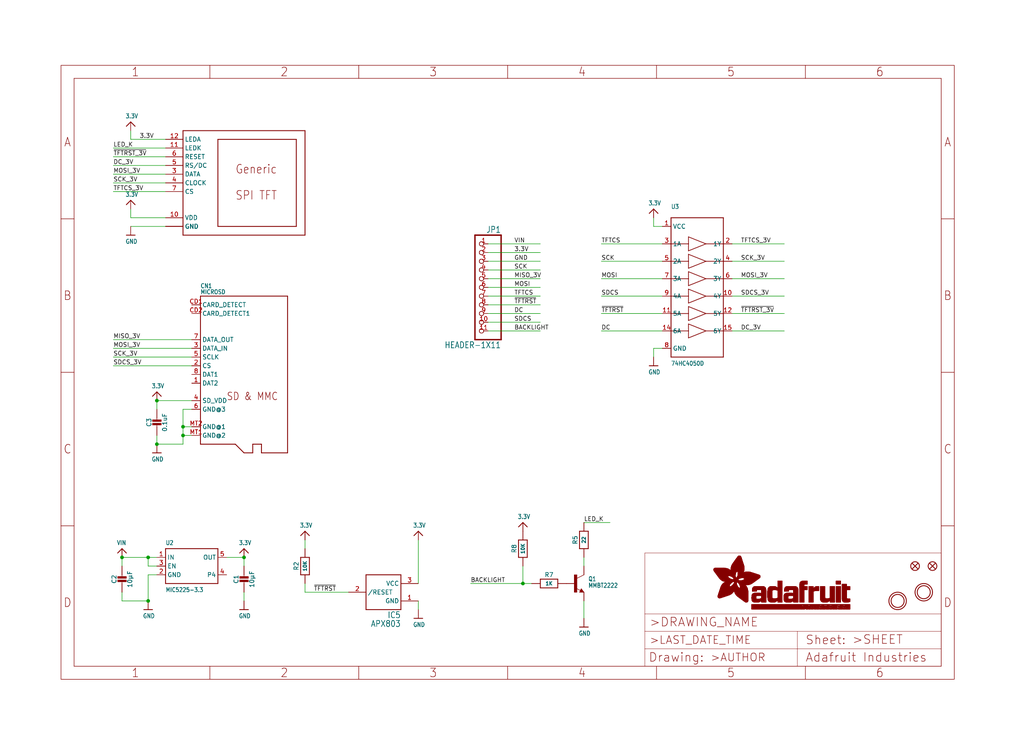
<source format=kicad_sch>
(kicad_sch (version 20211123) (generator eeschema)
  (paper "User" 298.45 217.881)
  (lib_symbols
    (symbol "eagleSchem-eagle-import:3.3V" (power)
      (property "Value" "3.3V" (at -1.524 1.016 0))
      (symbol "3.3V_1_0"
        (pin power_in line (at 0 -2.54 90) (length 2.54) (name "3.3V") (number "1"))
      )
    )
    (symbol "eagleSchem-eagle-import:74HC4050D"
      (property "Reference" "U" (at -7.62 22.86 0))
      (property "Value" "74HC4050D" (at -7.62 -22.86 0))
      (symbol "74HC4050D_1_0"
        (pin bidirectional line (at -10.16 17.78 0) (length 2.54) (name "VCC") (number "1"))
        (pin bidirectional line (at 10.16 -2.54 180) (length 2.54) (name "4Y") (number "10"))
        (pin bidirectional line (at -10.16 -7.62 0) (length 2.54) (name "5A") (number "11"))
        (pin bidirectional line (at 10.16 -7.62 180) (length 2.54) (name "5Y") (number "12"))
        (pin bidirectional line (at -10.16 -12.7 0) (length 2.54) (name "6A") (number "14"))
        (pin bidirectional line (at 10.16 -12.7 180) (length 2.54) (name "6Y") (number "15"))
        (pin bidirectional line (at 10.16 12.7 180) (length 2.54) (name "1Y") (number "2"))
        (pin bidirectional line (at -10.16 12.7 0) (length 2.54) (name "1A") (number "3"))
        (pin bidirectional line (at 10.16 7.62 180) (length 2.54) (name "2Y") (number "4"))
        (pin bidirectional line (at -10.16 7.62 0) (length 2.54) (name "2A") (number "5"))
        (pin bidirectional line (at 10.16 2.54 180) (length 2.54) (name "3Y") (number "6"))
        (pin bidirectional line (at -10.16 2.54 0) (length 2.54) (name "3A") (number "7"))
        (pin bidirectional line (at -10.16 -17.78 0) (length 2.54) (name "GND") (number "8"))
        (pin bidirectional line (at -10.16 -2.54 0) (length 2.54) (name "4A") (number "9"))
      )
    )
    (symbol "eagleSchem-eagle-import:AXP083-SAG"
      (property "Reference" "IC" (at -5.08 -7.62 0))
      (property "Value" "AXP083-SAG" (at -5.08 -10.16 0))
      (symbol "AXP083-SAG_1_0"
        (pin power_in line (at -10.16 -2.54 0) (length 5.08) (name "GND") (number "1"))
        (pin output line (at 10.16 0 180) (length 5.08) (name "/RESET") (number "2"))
        (pin power_in line (at -10.16 2.54 0) (length 5.08) (name "VCC") (number "3"))
      )
    )
    (symbol "eagleSchem-eagle-import:CAP_CERAMIC0805-NOOUTLINE"
      (property "Reference" "C" (at -2.29 1.25 90))
      (property "Value" "CAP_CERAMIC0805-NOOUTLINE" (at 2.3 1.25 90))
      (symbol "CAP_CERAMIC0805-NOOUTLINE_1_0"
        (pin passive line (at 0 5.08 270) (length 2.54) (name "1") (number "1"))
        (pin passive line (at 0 -2.54 90) (length 2.54) (name "2") (number "2"))
      )
    )
    (symbol "eagleSchem-eagle-import:DISP_LCD_GENERIC_SPI_1.14IN_240X135_WRAPUNDER"
      (symbol "DISP_LCD_GENERIC_SPI_1.14IN_240X135_WRAPUNDER_1_0"
        (text "Generic" (at -5.08 2.54 0) (effects (font (size 2.54 2.159)) (justify left bottom)))
        (text "SPI TFT" (at -5.08 -5.08 0) (effects (font (size 2.54 2.159)) (justify left bottom)))
        (pin power_in line (at -25.4 -10.16 0) (length 5.08) (name "VDD") (number "10"))
        (pin input line (at -25.4 10.16 0) (length 5.08) (name "LEDK") (number "11"))
        (pin input line (at -25.4 12.7 0) (length 5.08) (name "LEDA") (number "12"))
        (pin power_in line (at -25.4 -12.7 0) (length 5.08) (name "GND") (number "13"))
        (pin bidirectional line (at -25.4 2.54 0) (length 5.08) (name "DATA") (number "3"))
        (pin input line (at -25.4 0 0) (length 5.08) (name "CLOCK") (number "4"))
        (pin input line (at -25.4 5.08 0) (length 5.08) (name "RS/DC") (number "5"))
        (pin input line (at -25.4 7.62 0) (length 5.08) (name "RESET") (number "6"))
        (pin input line (at -25.4 -2.54 0) (length 5.08) (name "CS") (number "7"))
        (pin power_in line (at -25.4 -12.7 0) (length 5.08) (name "GND") (number "8"))
      )
    )
    (symbol "eagleSchem-eagle-import:FIDUCIAL_1MM")
    (symbol "eagleSchem-eagle-import:FRAME_A4_ADAFRUIT"
      (symbol "FRAME_A4_ADAFRUIT_1_0"
        (text "1" (at 21.6958 1.905 0) (effects (font (size 2.54 2.286))))
        (text "1" (at 21.6958 177.165 0) (effects (font (size 2.54 2.286))))
        (text "2" (at 65.0875 1.905 0) (effects (font (size 2.54 2.286))))
        (text "2" (at 65.0875 177.165 0) (effects (font (size 2.54 2.286))))
        (text "3" (at 108.4792 1.905 0) (effects (font (size 2.54 2.286))))
        (text "3" (at 108.4792 177.165 0) (effects (font (size 2.54 2.286))))
        (text "4" (at 151.8708 1.905 0) (effects (font (size 2.54 2.286))))
        (text "4" (at 151.8708 177.165 0) (effects (font (size 2.54 2.286))))
        (text "5" (at 195.2625 1.905 0) (effects (font (size 2.54 2.286))))
        (text "5" (at 195.2625 177.165 0) (effects (font (size 2.54 2.286))))
        (text "6" (at 238.6542 1.905 0) (effects (font (size 2.54 2.286))))
        (text "6" (at 238.6542 177.165 0) (effects (font (size 2.54 2.286))))
        (text ">AUTHOR" (at 189.23 5.08 0) (effects (font (size 2.286 2.286)) (justify left bottom)))
        (text ">DRAWING_NAME" (at 171.45 15.24 0) (effects (font (size 2.54 2.54)) (justify left bottom)))
        (text ">LAST_DATE_TIME" (at 171.45 10.16 0) (effects (font (size 2.286 2.286)) (justify left bottom)))
        (text ">SHEET" (at 230.505 10.16 0) (effects (font (size 2.54 2.54)) (justify left bottom)))
        (text "A" (at 1.905 156.6863 0) (effects (font (size 2.54 2.286))))
        (text "A" (at 258.445 156.6863 0) (effects (font (size 2.54 2.286))))
        (text "Adafruit Industries" (at 216.916 4.953 0) (effects (font (size 2.54 2.54)) (justify left bottom)))
        (text "B" (at 1.905 111.9188 0) (effects (font (size 2.54 2.286))))
        (text "B" (at 258.445 111.9188 0) (effects (font (size 2.54 2.286))))
        (text "C" (at 1.905 67.1513 0) (effects (font (size 2.54 2.286))))
        (text "C" (at 258.445 67.1513 0) (effects (font (size 2.54 2.286))))
        (text "D" (at 1.905 22.3838 0) (effects (font (size 2.54 2.286))))
        (text "D" (at 258.445 22.3838 0) (effects (font (size 2.54 2.286))))
        (text "Drawing:" (at 171.196 4.953 0) (effects (font (size 2.54 2.54)) (justify left bottom)))
        (text "Sheet:" (at 216.916 10.033 0) (effects (font (size 2.54 2.54)) (justify left bottom)))
      )
    )
    (symbol "eagleSchem-eagle-import:GND" (power)
      (property "Value" "GND" (at -1.524 -2.54 0))
      (symbol "GND_1_0"
        (pin power_in line (at 0 2.54 270) (length 2.54) (name "GND") (number "1"))
      )
    )
    (symbol "eagleSchem-eagle-import:HEADER-1X11"
      (property "Reference" "JP" (at -6.35 15.875 0))
      (property "Value" "HEADER-1X11" (at -6.35 -17.78 0))
      (symbol "HEADER-1X11_1_0"
        (pin passive inverted (at -2.54 12.7 0) (length 2.54) (name "1") (number "1"))
        (pin passive inverted (at -2.54 -10.16 0) (length 2.54) (name "10") (number "10"))
        (pin passive inverted (at -2.54 -12.7 0) (length 2.54) (name "11") (number "11"))
        (pin passive inverted (at -2.54 10.16 0) (length 2.54) (name "2") (number "2"))
        (pin passive inverted (at -2.54 7.62 0) (length 2.54) (name "3") (number "3"))
        (pin passive inverted (at -2.54 5.08 0) (length 2.54) (name "4") (number "4"))
        (pin passive inverted (at -2.54 2.54 0) (length 2.54) (name "5") (number "5"))
        (pin passive inverted (at -2.54 0 0) (length 2.54) (name "6") (number "6"))
        (pin passive inverted (at -2.54 -2.54 0) (length 2.54) (name "7") (number "7"))
        (pin passive inverted (at -2.54 -5.08 0) (length 2.54) (name "8") (number "8"))
        (pin passive inverted (at -2.54 -7.62 0) (length 2.54) (name "9") (number "9"))
      )
    )
    (symbol "eagleSchem-eagle-import:MICROSD"
      (property "Reference" "X" (at -12.7 22.606 0))
      (property "Value" "MICROSD" (at -12.7 20.828 0))
      (symbol "MICROSD_1_0"
        (text "SD & MMC" (at -5.08 -10.16 0) (effects (font (size 2.1844 1.8567)) (justify left bottom)))
        (pin bidirectional line (at -15.24 -5.08 0) (length 2.54) (name "DAT2") (number "1"))
        (pin input line (at -15.24 0 0) (length 2.54) (name "CS") (number "2"))
        (pin input line (at -15.24 5.08 0) (length 2.54) (name "DATA_IN") (number "3"))
        (pin power_in line (at -15.24 -10.16 0) (length 2.54) (name "SD_VDD") (number "4"))
        (pin input line (at -15.24 2.54 0) (length 2.54) (name "SCLK") (number "5"))
        (pin power_in line (at -15.24 -12.7 0) (length 2.54) (name "GND@3") (number "6"))
        (pin output line (at -15.24 7.62 0) (length 2.54) (name "DATA_OUT") (number "7"))
        (pin bidirectional line (at -15.24 -2.54 0) (length 2.54) (name "DAT1") (number "8"))
        (pin passive line (at -15.24 17.78 0) (length 2.54) (name "CARD_DETECT") (number "CD1"))
        (pin passive line (at -15.24 15.24 0) (length 2.54) (name "CARD_DETECT1") (number "CD2"))
        (pin power_in line (at -15.24 -20.32 0) (length 2.54) (name "GND@2") (number "MT1"))
        (pin power_in line (at -15.24 -17.78 0) (length 2.54) (name "GND@1") (number "MT2"))
      )
    )
    (symbol "eagleSchem-eagle-import:MOUNTINGHOLE2.5")
    (symbol "eagleSchem-eagle-import:RESISTOR_0603_NOOUT"
      (property "Reference" "R" (at 0 2.54 0))
      (property "Value" "RESISTOR_0603_NOOUT" (at 0 0 0))
      (symbol "RESISTOR_0603_NOOUT_1_0"
        (pin passive line (at -5.08 0 0) (length 2.54) (name "1") (number "1"))
        (pin passive line (at 5.08 0 180) (length 2.54) (name "2") (number "2"))
      )
    )
    (symbol "eagleSchem-eagle-import:TRANSISTOR_NPNWIDE"
      (property "Reference" "Q" (at 1.27 0.635 0))
      (property "Value" "TRANSISTOR_NPNWIDE" (at 1.27 -1.27 0))
      (symbol "TRANSISTOR_NPNWIDE_1_0"
        (pin passive line (at -5.08 0 0) (length 2.54) (name "B") (number "1"))
        (pin passive line (at 0 -5.08 90) (length 2.54) (name "E") (number "2"))
        (pin passive line (at 0 5.08 270) (length 2.54) (name "C") (number "3"))
      )
    )
    (symbol "eagleSchem-eagle-import:VIN" (power)
      (property "Value" "VIN" (at -1.524 1.016 0))
      (symbol "VIN_1_0"
        (pin power_in line (at 0 -2.54 90) (length 2.54) (name "VIN") (number "1"))
      )
    )
    (symbol "eagleSchem-eagle-import:VREG_SOT23-5"
      (property "Reference" "U" (at -7.62 6.096 0))
      (property "Value" "VREG_SOT23-5" (at -7.62 -7.62 0))
      (symbol "VREG_SOT23-5_1_0"
        (pin power_in line (at -10.16 2.54 0) (length 2.54) (name "IN") (number "1"))
        (pin power_in line (at -10.16 -2.54 0) (length 2.54) (name "GND") (number "2"))
        (pin input line (at -10.16 0 0) (length 2.54) (name "EN") (number "3"))
        (pin bidirectional line (at 10.16 -2.54 180) (length 2.54) (name "P4") (number "4"))
        (pin power_in line (at 10.16 2.54 180) (length 2.54) (name "OUT") (number "5"))
      )
    )
  )
  (junction (at 43.18 162.56))
  (junction (at 53.34 124.46))
  (junction (at 45.72 116.84))
  (junction (at 35.56 162.56))
  (junction (at 71.12 162.56))
  (junction (at 45.72 129.54))
  (junction (at 43.18 175.26))
  (junction (at 152.4 170.18))
  (junction (at 53.34 127))
  (wire (pts (xy 142.24 83.82) (xy 157.48 83.82)))
  (wire (pts (xy 152.4 165.1) (xy 152.4 170.18)))
  (wire (pts (xy 228.6 71.12) (xy 213.36 71.12)))
  (wire (pts (xy 177.8 152.4) (xy 170.18 152.4)))
  (wire (pts (xy 43.18 162.56) (xy 35.56 162.56)))
  (wire (pts (xy 53.34 127) (xy 53.34 129.54)))
  (wire (pts (xy 157.48 81.28) (xy 142.24 81.28)))
  (wire (pts (xy 190.5 63.5) (xy 190.5 66.04)))
  (wire (pts (xy 193.04 91.44) (xy 175.26 91.44)))
  (wire (pts (xy 55.88 127) (xy 53.34 127)))
  (wire (pts (xy 38.1 40.64) (xy 38.1 38.1)))
  (wire (pts (xy 48.26 48.26) (xy 33.02 48.26)))
  (wire (pts (xy 157.48 96.52) (xy 142.24 96.52)))
  (wire (pts (xy 157.48 86.36) (xy 142.24 86.36)))
  (wire (pts (xy 53.34 129.54) (xy 45.72 129.54)))
  (wire (pts (xy 48.26 40.64) (xy 38.1 40.64)))
  (wire (pts (xy 48.26 45.72) (xy 33.02 45.72)))
  (wire (pts (xy 193.04 76.2) (xy 175.26 76.2)))
  (wire (pts (xy 48.26 63.5) (xy 38.1 63.5)))
  (wire (pts (xy 88.9 172.72) (xy 88.9 170.18)))
  (wire (pts (xy 45.72 162.56) (xy 43.18 162.56)))
  (wire (pts (xy 71.12 172.72) (xy 71.12 175.26)))
  (wire (pts (xy 193.04 86.36) (xy 175.26 86.36)))
  (wire (pts (xy 170.18 162.56) (xy 170.18 165.1)))
  (wire (pts (xy 193.04 96.52) (xy 175.26 96.52)))
  (wire (pts (xy 45.72 165.1) (xy 43.18 165.1)))
  (wire (pts (xy 152.4 170.18) (xy 137.16 170.18)))
  (wire (pts (xy 193.04 81.28) (xy 175.26 81.28)))
  (wire (pts (xy 157.48 91.44) (xy 142.24 91.44)))
  (wire (pts (xy 48.26 53.34) (xy 33.02 53.34)))
  (wire (pts (xy 55.88 104.14) (xy 33.02 104.14)))
  (wire (pts (xy 33.02 55.88) (xy 48.26 55.88)))
  (wire (pts (xy 45.72 167.64) (xy 43.18 167.64)))
  (wire (pts (xy 121.92 170.18) (xy 121.92 157.48)))
  (wire (pts (xy 55.88 119.38) (xy 53.34 119.38)))
  (wire (pts (xy 45.72 127) (xy 45.72 129.54)))
  (wire (pts (xy 213.36 91.44) (xy 228.6 91.44)))
  (wire (pts (xy 142.24 88.9) (xy 157.48 88.9)))
  (wire (pts (xy 53.34 119.38) (xy 53.34 124.46)))
  (wire (pts (xy 213.36 76.2) (xy 228.6 76.2)))
  (wire (pts (xy 170.18 175.26) (xy 170.18 180.34)))
  (wire (pts (xy 142.24 73.66) (xy 157.48 73.66)))
  (wire (pts (xy 154.94 170.18) (xy 152.4 170.18)))
  (wire (pts (xy 33.02 50.8) (xy 48.26 50.8)))
  (wire (pts (xy 213.36 86.36) (xy 228.6 86.36)))
  (wire (pts (xy 38.1 66.04) (xy 48.26 66.04)))
  (wire (pts (xy 55.88 124.46) (xy 53.34 124.46)))
  (wire (pts (xy 193.04 71.12) (xy 175.26 71.12)))
  (wire (pts (xy 142.24 78.74) (xy 157.48 78.74)))
  (wire (pts (xy 193.04 101.6) (xy 190.5 101.6)))
  (wire (pts (xy 35.56 175.26) (xy 43.18 175.26)))
  (wire (pts (xy 213.36 96.52) (xy 228.6 96.52)))
  (wire (pts (xy 43.18 165.1) (xy 43.18 162.56)))
  (wire (pts (xy 142.24 71.12) (xy 157.48 71.12)))
  (wire (pts (xy 35.56 165.1) (xy 35.56 162.56)))
  (wire (pts (xy 190.5 66.04) (xy 193.04 66.04)))
  (wire (pts (xy 142.24 76.2) (xy 157.48 76.2)))
  (wire (pts (xy 43.18 167.64) (xy 43.18 175.26)))
  (wire (pts (xy 121.92 175.26) (xy 121.92 177.8)))
  (wire (pts (xy 53.34 124.46) (xy 53.34 127)))
  (wire (pts (xy 142.24 93.98) (xy 157.48 93.98)))
  (wire (pts (xy 48.26 43.18) (xy 33.02 43.18)))
  (wire (pts (xy 55.88 116.84) (xy 45.72 116.84)))
  (wire (pts (xy 45.72 116.84) (xy 45.72 119.38)))
  (wire (pts (xy 71.12 162.56) (xy 71.12 165.1)))
  (wire (pts (xy 55.88 101.6) (xy 33.02 101.6)))
  (wire (pts (xy 66.04 162.56) (xy 71.12 162.56)))
  (wire (pts (xy 55.88 106.68) (xy 33.02 106.68)))
  (wire (pts (xy 35.56 172.72) (xy 35.56 175.26)))
  (wire (pts (xy 213.36 81.28) (xy 228.6 81.28)))
  (wire (pts (xy 38.1 60.96) (xy 38.1 63.5)))
  (wire (pts (xy 101.6 172.72) (xy 88.9 172.72)))
  (wire (pts (xy 55.88 99.06) (xy 33.02 99.06)))
  (wire (pts (xy 190.5 101.6) (xy 190.5 104.14)))
  (wire (pts (xy 88.9 160.02) (xy 88.9 157.48)))
  (label "SCK" (at 149.86 78.74 0) (effects (font (size 1.2446 1.2446))))
  (label "~{TFTRST_3V}" (at 215.9 91.44 0) (effects (font (size 1.2446 1.2446))))
  (label "GND" (at 149.86 76.2 0) (effects (font (size 1.2446 1.2446))))
  (label "~{TFTRST}" (at 175.26 91.44 0) (effects (font (size 1.2446 1.2446))))
  (label "DC_3V" (at 33.02 48.26 0) (effects (font (size 1.2446 1.2446))))
  (label "MOSI_3V" (at 33.02 101.6 0) (effects (font (size 1.2446 1.2446))))
  (label "3.3V" (at 40.64 40.64 0) (effects (font (size 1.2446 1.2446))))
  (label "SDCS_3V" (at 33.02 106.68 0) (effects (font (size 1.2446 1.2446))))
  (label "BACKLIGHT" (at 137.16 170.18 0) (effects (font (size 1.2446 1.2446))))
  (label "TFTCS_3V" (at 215.9 71.12 0) (effects (font (size 1.2446 1.2446))))
  (label "SCK_3V" (at 33.02 104.14 0) (effects (font (size 1.2446 1.2446))))
  (label "DC" (at 149.86 91.44 0) (effects (font (size 1.2446 1.2446))))
  (label "VIN" (at 149.86 71.12 0) (effects (font (size 1.2446 1.2446))))
  (label "TFTCS_3V" (at 33.02 55.88 0) (effects (font (size 1.2446 1.2446))))
  (label "SDCS" (at 175.26 86.36 0) (effects (font (size 1.2446 1.2446))))
  (label "3.3V" (at 149.86 73.66 0) (effects (font (size 1.2446 1.2446))))
  (label "BACKLIGHT" (at 149.86 96.52 0) (effects (font (size 1.2446 1.2446))))
  (label "DC_3V" (at 215.9 96.52 0) (effects (font (size 1.2446 1.2446))))
  (label "MISO_3V" (at 149.86 81.28 0) (effects (font (size 1.2446 1.2446))))
  (label "~{TFTRST}" (at 91.44 172.72 0) (effects (font (size 1.2446 1.2446))))
  (label "SCK_3V" (at 215.9 76.2 0) (effects (font (size 1.2446 1.2446))))
  (label "~{TFTRST_3V}" (at 33.02 45.72 0) (effects (font (size 1.2446 1.2446))))
  (label "SCK_3V" (at 33.02 53.34 0) (effects (font (size 1.2446 1.2446))))
  (label "TFTCS" (at 149.86 86.36 0) (effects (font (size 1.2446 1.2446))))
  (label "MOSI" (at 175.26 81.28 0) (effects (font (size 1.2446 1.2446))))
  (label "DC" (at 175.26 96.52 0) (effects (font (size 1.2446 1.2446))))
  (label "SCK" (at 175.26 76.2 0) (effects (font (size 1.2446 1.2446))))
  (label "LED_K" (at 170.18 152.4 0) (effects (font (size 1.2446 1.2446))))
  (label "MISO_3V" (at 33.02 99.06 0) (effects (font (size 1.2446 1.2446))))
  (label "~{TFTRST}" (at 149.86 88.9 0) (effects (font (size 1.2446 1.2446))))
  (label "TFTCS" (at 175.26 71.12 0) (effects (font (size 1.2446 1.2446))))
  (label "MOSI_3V" (at 33.02 50.8 0) (effects (font (size 1.2446 1.2446))))
  (label "SDCS_3V" (at 215.9 86.36 0) (effects (font (size 1.2446 1.2446))))
  (label "LED_K" (at 33.02 43.18 0) (effects (font (size 1.2446 1.2446))))
  (label "MOSI" (at 149.86 83.82 0) (effects (font (size 1.2446 1.2446))))
  (label "MOSI_3V" (at 215.9 81.28 0) (effects (font (size 1.2446 1.2446))))
  (label "SDCS" (at 149.86 93.98 0) (effects (font (size 1.2446 1.2446))))
  (symbol (lib_id "eagleSchem-eagle-import:3.3V") (at 121.92 154.94 0) (unit 1)
    (property "Reference" "#U$31" (effects hide))
    (property "Value" "3.3V" (at 120.396 153.924 0) (effects (font (size 1.27 1.0795)) (justify left bottom)))
    (property "Footprint" "eagleSchem:" (effects hide))
  )
  (symbol (lib_id "eagleSchem-eagle-import:74HC4050D") (at 203.2 83.82 0) (unit 1)
    (property "Reference" "U3" (at 195.58 60.96 0) (effects (font (size 1.27 1.0795)) (justify left bottom)))
    (property "Value" "74HC4050D" (at 195.58 106.68 0) (effects (font (size 1.27 1.0795)) (justify left bottom)))
    (property "Footprint" "eagleSchem:SOIC16" (effects hide))
  )
  (symbol (lib_id "eagleSchem-eagle-import:CAP_CERAMIC0805-NOOUTLINE") (at 71.12 170.18 0) (unit 1)
    (property "Reference" "C1" (at 68.83 168.93 90))
    (property "Value" "10µF" (at 73.42 168.93 90))
    (property "Footprint" "eagleSchem:0805-NO" (effects hide))
  )
  (symbol (lib_id "eagleSchem-eagle-import:GND") (at 121.92 180.34 0) (unit 1)
    (property "Reference" "#U$17" (effects hide))
    (property "Value" "GND" (at 120.396 182.88 0) (effects (font (size 1.27 1.0795)) (justify left bottom)))
    (property "Footprint" "eagleSchem:" (effects hide))
  )
  (symbol (lib_id "eagleSchem-eagle-import:3.3V") (at 38.1 58.42 0) (unit 1)
    (property "Reference" "#U$13" (effects hide))
    (property "Value" "3.3V" (at 36.576 57.404 0) (effects (font (size 1.27 1.0795)) (justify left bottom)))
    (property "Footprint" "eagleSchem:" (effects hide))
  )
  (symbol (lib_id "eagleSchem-eagle-import:AXP083-SAG") (at 111.76 172.72 0) (mirror y) (unit 1)
    (property "Reference" "IC5" (at 116.84 180.34 0) (effects (font (size 1.778 1.5113)) (justify left bottom)))
    (property "Value" "APX803" (at 116.84 182.88 0) (effects (font (size 1.778 1.5113)) (justify left bottom)))
    (property "Footprint" "eagleSchem:SOT23" (effects hide))
  )
  (symbol (lib_id "eagleSchem-eagle-import:RESISTOR_0603_NOOUT") (at 160.02 170.18 0) (unit 1)
    (property "Reference" "R7" (at 160.02 167.64 0))
    (property "Value" "1K" (at 160.02 170.18 0) (effects (font (size 1.016 1.016) bold)))
    (property "Footprint" "eagleSchem:0603-NO" (effects hide))
  )
  (symbol (lib_id "eagleSchem-eagle-import:3.3V") (at 71.12 160.02 0) (unit 1)
    (property "Reference" "#U$26" (effects hide))
    (property "Value" "3.3V" (at 69.596 159.004 0) (effects (font (size 1.27 1.0795)) (justify left bottom)))
    (property "Footprint" "eagleSchem:" (effects hide))
  )
  (symbol (lib_id "eagleSchem-eagle-import:MICROSD") (at 71.12 106.68 0) (unit 1)
    (property "Reference" "CN1" (at 58.42 84.074 0) (effects (font (size 1.27 1.0795)) (justify left bottom)))
    (property "Value" "MICROSD" (at 58.42 85.852 0) (effects (font (size 1.27 1.0795)) (justify left bottom)))
    (property "Footprint" "eagleSchem:MICROSD" (effects hide))
  )
  (symbol (lib_id "eagleSchem-eagle-import:CAP_CERAMIC0805-NOOUTLINE") (at 35.56 170.18 0) (unit 1)
    (property "Reference" "C2" (at 33.27 168.93 90))
    (property "Value" "10µF" (at 37.86 168.93 90))
    (property "Footprint" "eagleSchem:0805-NO" (effects hide))
  )
  (symbol (lib_id "eagleSchem-eagle-import:FRAME_A4_ADAFRUIT") (at 17.78 198.12 0) (unit 1)
    (property "Reference" "#U$1" (effects hide))
    (property "Value" "FRAME_A4_ADAFRUIT" (effects hide))
    (property "Footprint" "eagleSchem:" (effects hide))
  )
  (symbol (lib_id "eagleSchem-eagle-import:GND") (at 71.12 177.8 0) (unit 1)
    (property "Reference" "#U$27" (effects hide))
    (property "Value" "GND" (at 69.596 180.34 0) (effects (font (size 1.27 1.0795)) (justify left bottom)))
    (property "Footprint" "eagleSchem:" (effects hide))
  )
  (symbol (lib_id "eagleSchem-eagle-import:3.3V") (at 88.9 154.94 0) (unit 1)
    (property "Reference" "#U$21" (effects hide))
    (property "Value" "3.3V" (at 87.376 153.924 0) (effects (font (size 1.27 1.0795)) (justify left bottom)))
    (property "Footprint" "eagleSchem:" (effects hide))
  )
  (symbol (lib_id "eagleSchem-eagle-import:DISP_LCD_GENERIC_SPI_1.14IN_240X135_WRAPUNDER") (at 73.66 53.34 0) (unit 1)
    (property "Reference" "DISP1" (effects hide))
    (property "Value" "DISP_LCD_GENERIC_SPI_1.14IN_240X135_WRAPUNDER" (effects hide))
    (property "Footprint" "eagleSchem:TFT_1.14IN_240X135_WRAPUNDER" (effects hide))
  )
  (symbol (lib_id "eagleSchem-eagle-import:VIN") (at 35.56 160.02 0) (unit 1)
    (property "Reference" "#U$28" (effects hide))
    (property "Value" "VIN" (at 34.036 159.004 0) (effects (font (size 1.27 1.0795)) (justify left bottom)))
    (property "Footprint" "eagleSchem:" (effects hide))
  )
  (symbol (lib_id "eagleSchem-eagle-import:GND") (at 43.18 177.8 0) (unit 1)
    (property "Reference" "#U$25" (effects hide))
    (property "Value" "GND" (at 41.656 180.34 0) (effects (font (size 1.27 1.0795)) (justify left bottom)))
    (property "Footprint" "eagleSchem:" (effects hide))
  )
  (symbol (lib_id "eagleSchem-eagle-import:MOUNTINGHOLE2.5") (at 269.24 172.72 0) (unit 1)
    (property "Reference" "U$9" (effects hide))
    (property "Value" "MOUNTINGHOLE2.5" (effects hide))
    (property "Footprint" "eagleSchem:MOUNTINGHOLE_2.5_PLATED" (effects hide))
  )
  (symbol (lib_id "eagleSchem-eagle-import:GND") (at 170.18 182.88 0) (unit 1)
    (property "Reference" "#U$29" (effects hide))
    (property "Value" "GND" (at 168.656 185.42 0) (effects (font (size 1.27 1.0795)) (justify left bottom)))
    (property "Footprint" "eagleSchem:" (effects hide))
  )
  (symbol (lib_id "eagleSchem-eagle-import:GND") (at 190.5 106.68 0) (unit 1)
    (property "Reference" "#U$8" (effects hide))
    (property "Value" "GND" (at 188.976 109.22 0) (effects (font (size 1.27 1.0795)) (justify left bottom)))
    (property "Footprint" "eagleSchem:" (effects hide))
  )
  (symbol (lib_id "eagleSchem-eagle-import:3.3V") (at 190.5 60.96 0) (unit 1)
    (property "Reference" "#U$12" (effects hide))
    (property "Value" "3.3V" (at 188.976 59.944 0) (effects (font (size 1.27 1.0795)) (justify left bottom)))
    (property "Footprint" "eagleSchem:" (effects hide))
  )
  (symbol (lib_id "eagleSchem-eagle-import:3.3V") (at 38.1 35.56 0) (unit 1)
    (property "Reference" "#U$15" (effects hide))
    (property "Value" "3.3V" (at 36.576 34.544 0) (effects (font (size 1.27 1.0795)) (justify left bottom)))
    (property "Footprint" "eagleSchem:" (effects hide))
  )
  (symbol (lib_id "eagleSchem-eagle-import:3.3V") (at 152.4 152.4 0) (unit 1)
    (property "Reference" "#U$30" (effects hide))
    (property "Value" "3.3V" (at 150.876 151.384 0) (effects (font (size 1.27 1.0795)) (justify left bottom)))
    (property "Footprint" "eagleSchem:" (effects hide))
  )
  (symbol (lib_id "eagleSchem-eagle-import:RESISTOR_0603_NOOUT") (at 152.4 160.02 90) (unit 1)
    (property "Reference" "R8" (at 149.86 160.02 0))
    (property "Value" "10K" (at 152.4 160.02 0) (effects (font (size 1.016 1.016) bold)))
    (property "Footprint" "eagleSchem:0603-NO" (effects hide))
  )
  (symbol (lib_id "eagleSchem-eagle-import:VREG_SOT23-5") (at 55.88 165.1 0) (unit 1)
    (property "Reference" "U2" (at 48.26 159.004 0) (effects (font (size 1.27 1.0795)) (justify left bottom)))
    (property "Value" "MIC5225-3.3" (at 48.26 172.72 0) (effects (font (size 1.27 1.0795)) (justify left bottom)))
    (property "Footprint" "eagleSchem:SOT23-5" (effects hide))
  )
  (symbol (lib_id "eagleSchem-eagle-import:RESISTOR_0603_NOOUT") (at 88.9 165.1 90) (unit 1)
    (property "Reference" "R2" (at 86.36 165.1 0))
    (property "Value" "10K" (at 88.9 165.1 0) (effects (font (size 1.016 1.016) bold)))
    (property "Footprint" "eagleSchem:0603-NO" (effects hide))
  )
  (symbol (lib_id "eagleSchem-eagle-import:GND") (at 38.1 68.58 0) (unit 1)
    (property "Reference" "#U$5" (effects hide))
    (property "Value" "GND" (at 36.576 71.12 0) (effects (font (size 1.27 1.0795)) (justify left bottom)))
    (property "Footprint" "eagleSchem:" (effects hide))
  )
  (symbol (lib_id "eagleSchem-eagle-import:TRANSISTOR_NPNWIDE") (at 170.18 170.18 0) (unit 1)
    (property "Reference" "Q1" (at 171.45 169.545 0) (effects (font (size 1.27 1.0795)) (justify left bottom)))
    (property "Value" "MMBT2222" (at 171.45 171.45 0) (effects (font (size 1.27 1.0795)) (justify left bottom)))
    (property "Footprint" "eagleSchem:SOT23-WIDE" (effects hide))
  )
  (symbol (lib_id "eagleSchem-eagle-import:RESISTOR_0603_NOOUT") (at 170.18 157.48 90) (unit 1)
    (property "Reference" "R5" (at 167.64 157.48 0))
    (property "Value" "22" (at 170.18 157.48 0) (effects (font (size 1.016 1.016) bold)))
    (property "Footprint" "eagleSchem:0603-NO" (effects hide))
  )
  (symbol (lib_id "eagleSchem-eagle-import:GND") (at 45.72 132.08 0) (unit 1)
    (property "Reference" "#U$22" (effects hide))
    (property "Value" "GND" (at 44.196 134.62 0) (effects (font (size 1.27 1.0795)) (justify left bottom)))
    (property "Footprint" "eagleSchem:" (effects hide))
  )
  (symbol (lib_id "eagleSchem-eagle-import:CAP_CERAMIC0805-NOOUTLINE") (at 45.72 124.46 0) (unit 1)
    (property "Reference" "C3" (at 43.43 123.21 90))
    (property "Value" "0.1uF" (at 48.02 123.21 90))
    (property "Footprint" "eagleSchem:0805-NO" (effects hide))
  )
  (symbol (lib_id "eagleSchem-eagle-import:HEADER-1X11") (at 139.7 83.82 0) (mirror y) (unit 1)
    (property "Reference" "JP1" (at 146.05 67.945 0) (effects (font (size 1.778 1.5113)) (justify left bottom)))
    (property "Value" "HEADER-1X11" (at 146.05 101.6 0) (effects (font (size 1.778 1.5113)) (justify left bottom)))
    (property "Footprint" "eagleSchem:1X11_ROUND" (effects hide))
  )
  (symbol (lib_id "eagleSchem-eagle-import:3.3V") (at 45.72 114.3 0) (unit 1)
    (property "Reference" "#U$20" (effects hide))
    (property "Value" "3.3V" (at 44.196 113.284 0) (effects (font (size 1.27 1.0795)) (justify left bottom)))
    (property "Footprint" "eagleSchem:" (effects hide))
  )
  (symbol (lib_id "eagleSchem-eagle-import:FIDUCIAL_1MM") (at 266.7 165.1 0) (unit 1)
    (property "Reference" "FID2" (effects hide))
    (property "Value" "FIDUCIAL_1MM" (effects hide))
    (property "Footprint" "eagleSchem:FIDUCIAL_1MM" (effects hide))
  )
  (symbol (lib_id "eagleSchem-eagle-import:FIDUCIAL_1MM") (at 271.78 165.1 0) (unit 1)
    (property "Reference" "FID1" (effects hide))
    (property "Value" "FIDUCIAL_1MM" (effects hide))
    (property "Footprint" "eagleSchem:FIDUCIAL_1MM" (effects hide))
  )
  (symbol (lib_id "eagleSchem-eagle-import:MOUNTINGHOLE2.5") (at 261.62 175.26 0) (unit 1)
    (property "Reference" "U$10" (effects hide))
    (property "Value" "MOUNTINGHOLE2.5" (effects hide))
    (property "Footprint" "eagleSchem:MOUNTINGHOLE_2.5_PLATED" (effects hide))
  )
)
</source>
